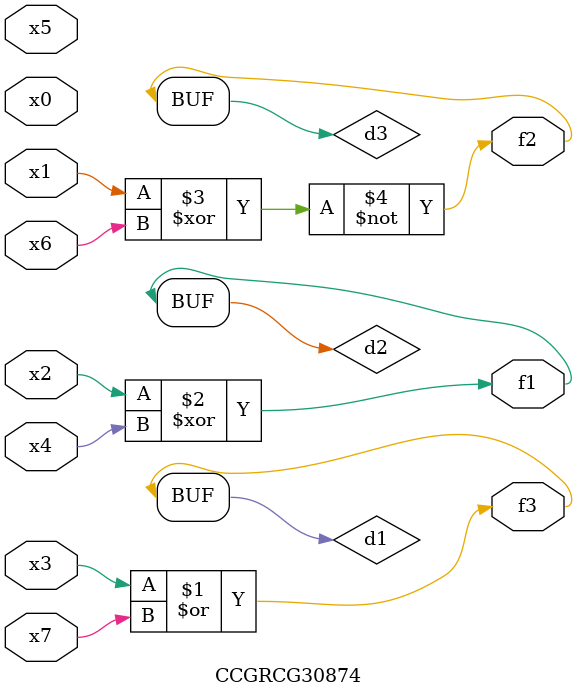
<source format=v>
module CCGRCG30874(
	input x0, x1, x2, x3, x4, x5, x6, x7,
	output f1, f2, f3
);

	wire d1, d2, d3;

	or (d1, x3, x7);
	xor (d2, x2, x4);
	xnor (d3, x1, x6);
	assign f1 = d2;
	assign f2 = d3;
	assign f3 = d1;
endmodule

</source>
